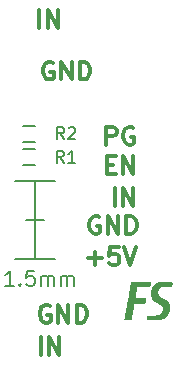
<source format=gto>
G04 #@! TF.FileFunction,Legend,Top*
%FSLAX46Y46*%
G04 Gerber Fmt 4.6, Leading zero omitted, Abs format (unit mm)*
G04 Created by KiCad (PCBNEW 4.0.1-stable) date Saturday, January 30, 2016 'AMt' 12:46:15 AM*
%MOMM*%
G01*
G04 APERTURE LIST*
%ADD10C,0.100000*%
%ADD11C,0.300000*%
%ADD12C,0.200000*%
%ADD13C,0.150000*%
%ADD14C,0.010000*%
G04 APERTURE END LIST*
D10*
D11*
X161187143Y-94680000D02*
X161044286Y-94608571D01*
X160830000Y-94608571D01*
X160615715Y-94680000D01*
X160472857Y-94822857D01*
X160401429Y-94965714D01*
X160330000Y-95251429D01*
X160330000Y-95465714D01*
X160401429Y-95751429D01*
X160472857Y-95894286D01*
X160615715Y-96037143D01*
X160830000Y-96108571D01*
X160972857Y-96108571D01*
X161187143Y-96037143D01*
X161258572Y-95965714D01*
X161258572Y-95465714D01*
X160972857Y-95465714D01*
X161901429Y-96108571D02*
X161901429Y-94608571D01*
X162758572Y-96108571D01*
X162758572Y-94608571D01*
X163472858Y-96108571D02*
X163472858Y-94608571D01*
X163830001Y-94608571D01*
X164044286Y-94680000D01*
X164187144Y-94822857D01*
X164258572Y-94965714D01*
X164330001Y-95251429D01*
X164330001Y-95465714D01*
X164258572Y-95751429D01*
X164187144Y-95894286D01*
X164044286Y-96037143D01*
X163830001Y-96108571D01*
X163472858Y-96108571D01*
X160014286Y-91718571D02*
X160014286Y-90218571D01*
X160728572Y-91718571D02*
X160728572Y-90218571D01*
X161585715Y-91718571D01*
X161585715Y-90218571D01*
D12*
X157867619Y-113555476D02*
X157153333Y-113555476D01*
X157510476Y-113555476D02*
X157510476Y-112305476D01*
X157391428Y-112484048D01*
X157272381Y-112603095D01*
X157153333Y-112662619D01*
X158403333Y-113436429D02*
X158462857Y-113495952D01*
X158403333Y-113555476D01*
X158343809Y-113495952D01*
X158403333Y-113436429D01*
X158403333Y-113555476D01*
X159593809Y-112305476D02*
X158998571Y-112305476D01*
X158939047Y-112900714D01*
X158998571Y-112841190D01*
X159117619Y-112781667D01*
X159415238Y-112781667D01*
X159534285Y-112841190D01*
X159593809Y-112900714D01*
X159653333Y-113019762D01*
X159653333Y-113317381D01*
X159593809Y-113436429D01*
X159534285Y-113495952D01*
X159415238Y-113555476D01*
X159117619Y-113555476D01*
X158998571Y-113495952D01*
X158939047Y-113436429D01*
X160189047Y-113555476D02*
X160189047Y-112722143D01*
X160189047Y-112841190D02*
X160248571Y-112781667D01*
X160367618Y-112722143D01*
X160546190Y-112722143D01*
X160665238Y-112781667D01*
X160724761Y-112900714D01*
X160724761Y-113555476D01*
X160724761Y-112900714D02*
X160784285Y-112781667D01*
X160903333Y-112722143D01*
X161081904Y-112722143D01*
X161200952Y-112781667D01*
X161260476Y-112900714D01*
X161260476Y-113555476D01*
X161855714Y-113555476D02*
X161855714Y-112722143D01*
X161855714Y-112841190D02*
X161915238Y-112781667D01*
X162034285Y-112722143D01*
X162212857Y-112722143D01*
X162331905Y-112781667D01*
X162391428Y-112900714D01*
X162391428Y-113555476D01*
X162391428Y-112900714D02*
X162450952Y-112781667D01*
X162570000Y-112722143D01*
X162748571Y-112722143D01*
X162867619Y-112781667D01*
X162927143Y-112900714D01*
X162927143Y-113555476D01*
D11*
X160154286Y-119398571D02*
X160154286Y-117898571D01*
X160868572Y-119398571D02*
X160868572Y-117898571D01*
X161725715Y-119398571D01*
X161725715Y-117898571D01*
X160917143Y-115260000D02*
X160774286Y-115188571D01*
X160560000Y-115188571D01*
X160345715Y-115260000D01*
X160202857Y-115402857D01*
X160131429Y-115545714D01*
X160060000Y-115831429D01*
X160060000Y-116045714D01*
X160131429Y-116331429D01*
X160202857Y-116474286D01*
X160345715Y-116617143D01*
X160560000Y-116688571D01*
X160702857Y-116688571D01*
X160917143Y-116617143D01*
X160988572Y-116545714D01*
X160988572Y-116045714D01*
X160702857Y-116045714D01*
X161631429Y-116688571D02*
X161631429Y-115188571D01*
X162488572Y-116688571D01*
X162488572Y-115188571D01*
X163202858Y-116688571D02*
X163202858Y-115188571D01*
X163560001Y-115188571D01*
X163774286Y-115260000D01*
X163917144Y-115402857D01*
X163988572Y-115545714D01*
X164060001Y-115831429D01*
X164060001Y-116045714D01*
X163988572Y-116331429D01*
X163917144Y-116474286D01*
X163774286Y-116617143D01*
X163560001Y-116688571D01*
X163202858Y-116688571D01*
X164161429Y-111257143D02*
X165304286Y-111257143D01*
X164732857Y-111828571D02*
X164732857Y-110685714D01*
X166732858Y-110328571D02*
X166018572Y-110328571D01*
X165947143Y-111042857D01*
X166018572Y-110971429D01*
X166161429Y-110900000D01*
X166518572Y-110900000D01*
X166661429Y-110971429D01*
X166732858Y-111042857D01*
X166804286Y-111185714D01*
X166804286Y-111542857D01*
X166732858Y-111685714D01*
X166661429Y-111757143D01*
X166518572Y-111828571D01*
X166161429Y-111828571D01*
X166018572Y-111757143D01*
X165947143Y-111685714D01*
X167232857Y-110328571D02*
X167732857Y-111828571D01*
X168232857Y-110328571D01*
X165117143Y-107760000D02*
X164974286Y-107688571D01*
X164760000Y-107688571D01*
X164545715Y-107760000D01*
X164402857Y-107902857D01*
X164331429Y-108045714D01*
X164260000Y-108331429D01*
X164260000Y-108545714D01*
X164331429Y-108831429D01*
X164402857Y-108974286D01*
X164545715Y-109117143D01*
X164760000Y-109188571D01*
X164902857Y-109188571D01*
X165117143Y-109117143D01*
X165188572Y-109045714D01*
X165188572Y-108545714D01*
X164902857Y-108545714D01*
X165831429Y-109188571D02*
X165831429Y-107688571D01*
X166688572Y-109188571D01*
X166688572Y-107688571D01*
X167402858Y-109188571D02*
X167402858Y-107688571D01*
X167760001Y-107688571D01*
X167974286Y-107760000D01*
X168117144Y-107902857D01*
X168188572Y-108045714D01*
X168260001Y-108331429D01*
X168260001Y-108545714D01*
X168188572Y-108831429D01*
X168117144Y-108974286D01*
X167974286Y-109117143D01*
X167760001Y-109188571D01*
X167402858Y-109188571D01*
X166394286Y-106838571D02*
X166394286Y-105338571D01*
X167108572Y-106838571D02*
X167108572Y-105338571D01*
X167965715Y-106838571D01*
X167965715Y-105338571D01*
X165782857Y-103322857D02*
X166282857Y-103322857D01*
X166497143Y-104108571D02*
X165782857Y-104108571D01*
X165782857Y-102608571D01*
X166497143Y-102608571D01*
X167140000Y-104108571D02*
X167140000Y-102608571D01*
X167997143Y-104108571D01*
X167997143Y-102608571D01*
X165707143Y-101628571D02*
X165707143Y-100128571D01*
X166278571Y-100128571D01*
X166421429Y-100200000D01*
X166492857Y-100271429D01*
X166564286Y-100414286D01*
X166564286Y-100628571D01*
X166492857Y-100771429D01*
X166421429Y-100842857D01*
X166278571Y-100914286D01*
X165707143Y-100914286D01*
X167992857Y-100200000D02*
X167850000Y-100128571D01*
X167635714Y-100128571D01*
X167421429Y-100200000D01*
X167278571Y-100342857D01*
X167207143Y-100485714D01*
X167135714Y-100771429D01*
X167135714Y-100985714D01*
X167207143Y-101271429D01*
X167278571Y-101414286D01*
X167421429Y-101557143D01*
X167635714Y-101628571D01*
X167778571Y-101628571D01*
X167992857Y-101557143D01*
X168064286Y-101485714D01*
X168064286Y-100985714D01*
X167778571Y-100985714D01*
D13*
X157960000Y-104700000D02*
X161340000Y-104700000D01*
X158900000Y-108000000D02*
X160400000Y-108000000D01*
X159650000Y-104700000D02*
X159650000Y-111300000D01*
X157960000Y-111300000D02*
X161340000Y-111300000D01*
X158680000Y-102015000D02*
X159680000Y-102015000D01*
X159680000Y-103365000D02*
X158680000Y-103365000D01*
X159680000Y-101385000D02*
X158680000Y-101385000D01*
X158680000Y-100035000D02*
X159680000Y-100035000D01*
D14*
G36*
X170579070Y-113232658D02*
X170648232Y-113233043D01*
X170710121Y-113234188D01*
X170766356Y-113236220D01*
X170818552Y-113239266D01*
X170868328Y-113243454D01*
X170917301Y-113248914D01*
X170967089Y-113255771D01*
X171019308Y-113264155D01*
X171053649Y-113270182D01*
X171083800Y-113275951D01*
X171114837Y-113282480D01*
X171145330Y-113289408D01*
X171173847Y-113296376D01*
X171198956Y-113303024D01*
X171219228Y-113308992D01*
X171233231Y-113313922D01*
X171238705Y-113316682D01*
X171240725Y-113318976D01*
X171241880Y-113323015D01*
X171242055Y-113329819D01*
X171241133Y-113340413D01*
X171238998Y-113355820D01*
X171235532Y-113377063D01*
X171230620Y-113405166D01*
X171225197Y-113435340D01*
X171219549Y-113466379D01*
X171214318Y-113494788D01*
X171209741Y-113519304D01*
X171206056Y-113538665D01*
X171203499Y-113551609D01*
X171202381Y-113556658D01*
X171201550Y-113558133D01*
X171199579Y-113559411D01*
X171195869Y-113560504D01*
X171189817Y-113561428D01*
X171180823Y-113562196D01*
X171168286Y-113562823D01*
X171151605Y-113563322D01*
X171130179Y-113563709D01*
X171103406Y-113563997D01*
X171070687Y-113564201D01*
X171031420Y-113564335D01*
X170985004Y-113564412D01*
X170930838Y-113564448D01*
X170872699Y-113564456D01*
X170805477Y-113564526D01*
X170743664Y-113564732D01*
X170687711Y-113565069D01*
X170638072Y-113565530D01*
X170595198Y-113566109D01*
X170559542Y-113566802D01*
X170531556Y-113567601D01*
X170511692Y-113568502D01*
X170502438Y-113569235D01*
X170431944Y-113581190D01*
X170366081Y-113600682D01*
X170305113Y-113627483D01*
X170249302Y-113661362D01*
X170198911Y-113702089D01*
X170154202Y-113749434D01*
X170115437Y-113803168D01*
X170082880Y-113863061D01*
X170056794Y-113928882D01*
X170044658Y-113969965D01*
X170031127Y-114031874D01*
X170023039Y-114092291D01*
X170020375Y-114150156D01*
X170023119Y-114204414D01*
X170031252Y-114254006D01*
X170044757Y-114297876D01*
X170050390Y-114310918D01*
X170067200Y-114341166D01*
X170090305Y-114374432D01*
X170118344Y-114409173D01*
X170149955Y-114443848D01*
X170183779Y-114476912D01*
X170218451Y-114506824D01*
X170233719Y-114518658D01*
X170256817Y-114534730D01*
X170286774Y-114553732D01*
X170322318Y-114574942D01*
X170362180Y-114597637D01*
X170405088Y-114621094D01*
X170449772Y-114644589D01*
X170494961Y-114667401D01*
X170496631Y-114668225D01*
X170544959Y-114692354D01*
X170586449Y-114713827D01*
X170622469Y-114733470D01*
X170654386Y-114752107D01*
X170683565Y-114770564D01*
X170711376Y-114789666D01*
X170739183Y-114810237D01*
X170764000Y-114829624D01*
X170824946Y-114882307D01*
X170877668Y-114936920D01*
X170922789Y-114994318D01*
X170960933Y-115055356D01*
X170992722Y-115120889D01*
X171011161Y-115168840D01*
X171021537Y-115200573D01*
X171029417Y-115229807D01*
X171035100Y-115258621D01*
X171038880Y-115289091D01*
X171041055Y-115323295D01*
X171041920Y-115363312D01*
X171041959Y-115384789D01*
X171037842Y-115479877D01*
X171026217Y-115573875D01*
X171007359Y-115665901D01*
X170981544Y-115755073D01*
X170949047Y-115840508D01*
X170910145Y-115921325D01*
X170865112Y-115996642D01*
X170839353Y-116033354D01*
X170820248Y-116057383D01*
X170796178Y-116085011D01*
X170769087Y-116114207D01*
X170740919Y-116142943D01*
X170713618Y-116169186D01*
X170689128Y-116190908D01*
X170685962Y-116193532D01*
X170636310Y-116231137D01*
X170583067Y-116265145D01*
X170523714Y-116297151D01*
X170516684Y-116300628D01*
X170441617Y-116333871D01*
X170361793Y-116362185D01*
X170276599Y-116385716D01*
X170185421Y-116404610D01*
X170087645Y-116419014D01*
X169982658Y-116429072D01*
X169975263Y-116429601D01*
X169948758Y-116431002D01*
X169915092Y-116432082D01*
X169876008Y-116432839D01*
X169833252Y-116433275D01*
X169788567Y-116433391D01*
X169743699Y-116433187D01*
X169700391Y-116432665D01*
X169660388Y-116431824D01*
X169625436Y-116430667D01*
X169600947Y-116429431D01*
X169467534Y-116417910D01*
X169339601Y-116400275D01*
X169257824Y-116385258D01*
X169227010Y-116378672D01*
X169197362Y-116371694D01*
X169170097Y-116364674D01*
X169146433Y-116357962D01*
X169127586Y-116351906D01*
X169114775Y-116346856D01*
X169109217Y-116343162D01*
X169109087Y-116342577D01*
X169109989Y-116337245D01*
X169112259Y-116324323D01*
X169115685Y-116304991D01*
X169120060Y-116280431D01*
X169125171Y-116251823D01*
X169130810Y-116220349D01*
X169130964Y-116219494D01*
X169152298Y-116100584D01*
X169527017Y-116098783D01*
X169595342Y-116098435D01*
X169655386Y-116098082D01*
X169707779Y-116097710D01*
X169753153Y-116097305D01*
X169792139Y-116096854D01*
X169825368Y-116096341D01*
X169853469Y-116095754D01*
X169877076Y-116095078D01*
X169896818Y-116094300D01*
X169913327Y-116093405D01*
X169927233Y-116092381D01*
X169939168Y-116091213D01*
X169949762Y-116089886D01*
X169952982Y-116089425D01*
X170026760Y-116076270D01*
X170093058Y-116059513D01*
X170152691Y-116038809D01*
X170206476Y-116013811D01*
X170255228Y-115984173D01*
X170299764Y-115949548D01*
X170314922Y-115935796D01*
X170358429Y-115888774D01*
X170396632Y-115835060D01*
X170429211Y-115775349D01*
X170455850Y-115710335D01*
X170476231Y-115640714D01*
X170490034Y-115567180D01*
X170492467Y-115547855D01*
X170495338Y-115486845D01*
X170489759Y-115428620D01*
X170475713Y-115373135D01*
X170453182Y-115320340D01*
X170422148Y-115270189D01*
X170382594Y-115222633D01*
X170362859Y-115202873D01*
X170342307Y-115183909D01*
X170322025Y-115166570D01*
X170300935Y-115150159D01*
X170277962Y-115133976D01*
X170252030Y-115117323D01*
X170222063Y-115099503D01*
X170186985Y-115079815D01*
X170145721Y-115057562D01*
X170110151Y-115038813D01*
X170043124Y-115003493D01*
X169983536Y-114971526D01*
X169930751Y-114942490D01*
X169884136Y-114915960D01*
X169843056Y-114891514D01*
X169806878Y-114868727D01*
X169774968Y-114847176D01*
X169746690Y-114826438D01*
X169721412Y-114806088D01*
X169698499Y-114785704D01*
X169677317Y-114764861D01*
X169657232Y-114743137D01*
X169643335Y-114726999D01*
X169597202Y-114667015D01*
X169559055Y-114606180D01*
X169528559Y-114543536D01*
X169505373Y-114478123D01*
X169489161Y-114408983D01*
X169479584Y-114335156D01*
X169476304Y-114255684D01*
X169476300Y-114252930D01*
X169479955Y-114152233D01*
X169490946Y-114055071D01*
X169509144Y-113961800D01*
X169534421Y-113872779D01*
X169566648Y-113788365D01*
X169605696Y-113708916D01*
X169651436Y-113634790D01*
X169703740Y-113566344D01*
X169736406Y-113530045D01*
X169801357Y-113468375D01*
X169871621Y-113413857D01*
X169947202Y-113366490D01*
X170028100Y-113326273D01*
X170114319Y-113293205D01*
X170205861Y-113267284D01*
X170252766Y-113257171D01*
X170284475Y-113251123D01*
X170312471Y-113246147D01*
X170338119Y-113242142D01*
X170362789Y-113239005D01*
X170387846Y-113236633D01*
X170414660Y-113234923D01*
X170444596Y-113233773D01*
X170479023Y-113233080D01*
X170519307Y-113232741D01*
X170566817Y-113232653D01*
X170579070Y-113232658D01*
X170579070Y-113232658D01*
G37*
X170579070Y-113232658D02*
X170648232Y-113233043D01*
X170710121Y-113234188D01*
X170766356Y-113236220D01*
X170818552Y-113239266D01*
X170868328Y-113243454D01*
X170917301Y-113248914D01*
X170967089Y-113255771D01*
X171019308Y-113264155D01*
X171053649Y-113270182D01*
X171083800Y-113275951D01*
X171114837Y-113282480D01*
X171145330Y-113289408D01*
X171173847Y-113296376D01*
X171198956Y-113303024D01*
X171219228Y-113308992D01*
X171233231Y-113313922D01*
X171238705Y-113316682D01*
X171240725Y-113318976D01*
X171241880Y-113323015D01*
X171242055Y-113329819D01*
X171241133Y-113340413D01*
X171238998Y-113355820D01*
X171235532Y-113377063D01*
X171230620Y-113405166D01*
X171225197Y-113435340D01*
X171219549Y-113466379D01*
X171214318Y-113494788D01*
X171209741Y-113519304D01*
X171206056Y-113538665D01*
X171203499Y-113551609D01*
X171202381Y-113556658D01*
X171201550Y-113558133D01*
X171199579Y-113559411D01*
X171195869Y-113560504D01*
X171189817Y-113561428D01*
X171180823Y-113562196D01*
X171168286Y-113562823D01*
X171151605Y-113563322D01*
X171130179Y-113563709D01*
X171103406Y-113563997D01*
X171070687Y-113564201D01*
X171031420Y-113564335D01*
X170985004Y-113564412D01*
X170930838Y-113564448D01*
X170872699Y-113564456D01*
X170805477Y-113564526D01*
X170743664Y-113564732D01*
X170687711Y-113565069D01*
X170638072Y-113565530D01*
X170595198Y-113566109D01*
X170559542Y-113566802D01*
X170531556Y-113567601D01*
X170511692Y-113568502D01*
X170502438Y-113569235D01*
X170431944Y-113581190D01*
X170366081Y-113600682D01*
X170305113Y-113627483D01*
X170249302Y-113661362D01*
X170198911Y-113702089D01*
X170154202Y-113749434D01*
X170115437Y-113803168D01*
X170082880Y-113863061D01*
X170056794Y-113928882D01*
X170044658Y-113969965D01*
X170031127Y-114031874D01*
X170023039Y-114092291D01*
X170020375Y-114150156D01*
X170023119Y-114204414D01*
X170031252Y-114254006D01*
X170044757Y-114297876D01*
X170050390Y-114310918D01*
X170067200Y-114341166D01*
X170090305Y-114374432D01*
X170118344Y-114409173D01*
X170149955Y-114443848D01*
X170183779Y-114476912D01*
X170218451Y-114506824D01*
X170233719Y-114518658D01*
X170256817Y-114534730D01*
X170286774Y-114553732D01*
X170322318Y-114574942D01*
X170362180Y-114597637D01*
X170405088Y-114621094D01*
X170449772Y-114644589D01*
X170494961Y-114667401D01*
X170496631Y-114668225D01*
X170544959Y-114692354D01*
X170586449Y-114713827D01*
X170622469Y-114733470D01*
X170654386Y-114752107D01*
X170683565Y-114770564D01*
X170711376Y-114789666D01*
X170739183Y-114810237D01*
X170764000Y-114829624D01*
X170824946Y-114882307D01*
X170877668Y-114936920D01*
X170922789Y-114994318D01*
X170960933Y-115055356D01*
X170992722Y-115120889D01*
X171011161Y-115168840D01*
X171021537Y-115200573D01*
X171029417Y-115229807D01*
X171035100Y-115258621D01*
X171038880Y-115289091D01*
X171041055Y-115323295D01*
X171041920Y-115363312D01*
X171041959Y-115384789D01*
X171037842Y-115479877D01*
X171026217Y-115573875D01*
X171007359Y-115665901D01*
X170981544Y-115755073D01*
X170949047Y-115840508D01*
X170910145Y-115921325D01*
X170865112Y-115996642D01*
X170839353Y-116033354D01*
X170820248Y-116057383D01*
X170796178Y-116085011D01*
X170769087Y-116114207D01*
X170740919Y-116142943D01*
X170713618Y-116169186D01*
X170689128Y-116190908D01*
X170685962Y-116193532D01*
X170636310Y-116231137D01*
X170583067Y-116265145D01*
X170523714Y-116297151D01*
X170516684Y-116300628D01*
X170441617Y-116333871D01*
X170361793Y-116362185D01*
X170276599Y-116385716D01*
X170185421Y-116404610D01*
X170087645Y-116419014D01*
X169982658Y-116429072D01*
X169975263Y-116429601D01*
X169948758Y-116431002D01*
X169915092Y-116432082D01*
X169876008Y-116432839D01*
X169833252Y-116433275D01*
X169788567Y-116433391D01*
X169743699Y-116433187D01*
X169700391Y-116432665D01*
X169660388Y-116431824D01*
X169625436Y-116430667D01*
X169600947Y-116429431D01*
X169467534Y-116417910D01*
X169339601Y-116400275D01*
X169257824Y-116385258D01*
X169227010Y-116378672D01*
X169197362Y-116371694D01*
X169170097Y-116364674D01*
X169146433Y-116357962D01*
X169127586Y-116351906D01*
X169114775Y-116346856D01*
X169109217Y-116343162D01*
X169109087Y-116342577D01*
X169109989Y-116337245D01*
X169112259Y-116324323D01*
X169115685Y-116304991D01*
X169120060Y-116280431D01*
X169125171Y-116251823D01*
X169130810Y-116220349D01*
X169130964Y-116219494D01*
X169152298Y-116100584D01*
X169527017Y-116098783D01*
X169595342Y-116098435D01*
X169655386Y-116098082D01*
X169707779Y-116097710D01*
X169753153Y-116097305D01*
X169792139Y-116096854D01*
X169825368Y-116096341D01*
X169853469Y-116095754D01*
X169877076Y-116095078D01*
X169896818Y-116094300D01*
X169913327Y-116093405D01*
X169927233Y-116092381D01*
X169939168Y-116091213D01*
X169949762Y-116089886D01*
X169952982Y-116089425D01*
X170026760Y-116076270D01*
X170093058Y-116059513D01*
X170152691Y-116038809D01*
X170206476Y-116013811D01*
X170255228Y-115984173D01*
X170299764Y-115949548D01*
X170314922Y-115935796D01*
X170358429Y-115888774D01*
X170396632Y-115835060D01*
X170429211Y-115775349D01*
X170455850Y-115710335D01*
X170476231Y-115640714D01*
X170490034Y-115567180D01*
X170492467Y-115547855D01*
X170495338Y-115486845D01*
X170489759Y-115428620D01*
X170475713Y-115373135D01*
X170453182Y-115320340D01*
X170422148Y-115270189D01*
X170382594Y-115222633D01*
X170362859Y-115202873D01*
X170342307Y-115183909D01*
X170322025Y-115166570D01*
X170300935Y-115150159D01*
X170277962Y-115133976D01*
X170252030Y-115117323D01*
X170222063Y-115099503D01*
X170186985Y-115079815D01*
X170145721Y-115057562D01*
X170110151Y-115038813D01*
X170043124Y-115003493D01*
X169983536Y-114971526D01*
X169930751Y-114942490D01*
X169884136Y-114915960D01*
X169843056Y-114891514D01*
X169806878Y-114868727D01*
X169774968Y-114847176D01*
X169746690Y-114826438D01*
X169721412Y-114806088D01*
X169698499Y-114785704D01*
X169677317Y-114764861D01*
X169657232Y-114743137D01*
X169643335Y-114726999D01*
X169597202Y-114667015D01*
X169559055Y-114606180D01*
X169528559Y-114543536D01*
X169505373Y-114478123D01*
X169489161Y-114408983D01*
X169479584Y-114335156D01*
X169476304Y-114255684D01*
X169476300Y-114252930D01*
X169479955Y-114152233D01*
X169490946Y-114055071D01*
X169509144Y-113961800D01*
X169534421Y-113872779D01*
X169566648Y-113788365D01*
X169605696Y-113708916D01*
X169651436Y-113634790D01*
X169703740Y-113566344D01*
X169736406Y-113530045D01*
X169801357Y-113468375D01*
X169871621Y-113413857D01*
X169947202Y-113366490D01*
X170028100Y-113326273D01*
X170114319Y-113293205D01*
X170205861Y-113267284D01*
X170252766Y-113257171D01*
X170284475Y-113251123D01*
X170312471Y-113246147D01*
X170338119Y-113242142D01*
X170362789Y-113239005D01*
X170387846Y-113236633D01*
X170414660Y-113234923D01*
X170444596Y-113233773D01*
X170479023Y-113233080D01*
X170519307Y-113232741D01*
X170566817Y-113232653D01*
X170579070Y-113232658D01*
G36*
X169377376Y-113447470D02*
X169370687Y-113485701D01*
X169364507Y-113521275D01*
X169359002Y-113553215D01*
X169354338Y-113580544D01*
X169350682Y-113602286D01*
X169348201Y-113617462D01*
X169347060Y-113625096D01*
X169347004Y-113625728D01*
X169345375Y-113626586D01*
X169340242Y-113627356D01*
X169331212Y-113628044D01*
X169317890Y-113628653D01*
X169299882Y-113629187D01*
X169276792Y-113629651D01*
X169248226Y-113630047D01*
X169213791Y-113630381D01*
X169173091Y-113630656D01*
X169125731Y-113630876D01*
X169071318Y-113631045D01*
X169009457Y-113631168D01*
X168939753Y-113631248D01*
X168861812Y-113631290D01*
X168801155Y-113631298D01*
X168255362Y-113631298D01*
X168253089Y-113641324D01*
X168252023Y-113646967D01*
X168249503Y-113660815D01*
X168245631Y-113682295D01*
X168240510Y-113710838D01*
X168234241Y-113745873D01*
X168226927Y-113786828D01*
X168218669Y-113833132D01*
X168209569Y-113884214D01*
X168199728Y-113939504D01*
X168189250Y-113998429D01*
X168178235Y-114060420D01*
X168166786Y-114124905D01*
X168163837Y-114141526D01*
X168152294Y-114206551D01*
X168141160Y-114269226D01*
X168130537Y-114328980D01*
X168120526Y-114385242D01*
X168111229Y-114437441D01*
X168102749Y-114485007D01*
X168095187Y-114527367D01*
X168088645Y-114563951D01*
X168083225Y-114594189D01*
X168079029Y-114617508D01*
X168076159Y-114633338D01*
X168074716Y-114641108D01*
X168074589Y-114641728D01*
X168072321Y-114651754D01*
X168526669Y-114651754D01*
X168589522Y-114651786D01*
X168649833Y-114651880D01*
X168707009Y-114652030D01*
X168760455Y-114652233D01*
X168809578Y-114652484D01*
X168853783Y-114652779D01*
X168892477Y-114653113D01*
X168925067Y-114653483D01*
X168950958Y-114653883D01*
X168969556Y-114654310D01*
X168980267Y-114654759D01*
X168982765Y-114655096D01*
X168982366Y-114659978D01*
X168980583Y-114672482D01*
X168977614Y-114691459D01*
X168973660Y-114715760D01*
X168968918Y-114744238D01*
X168963588Y-114775743D01*
X168957869Y-114809128D01*
X168951960Y-114843242D01*
X168946060Y-114876939D01*
X168940368Y-114909069D01*
X168935084Y-114938483D01*
X168930405Y-114964033D01*
X168926531Y-114984571D01*
X168923662Y-114998948D01*
X168921996Y-115006015D01*
X168921913Y-115006250D01*
X168920591Y-115007309D01*
X168917160Y-115008248D01*
X168911130Y-115009074D01*
X168902013Y-115009794D01*
X168889320Y-115010416D01*
X168872562Y-115010945D01*
X168851250Y-115011389D01*
X168824895Y-115011755D01*
X168793009Y-115012049D01*
X168755103Y-115012279D01*
X168710687Y-115012451D01*
X168659273Y-115012572D01*
X168600373Y-115012650D01*
X168533496Y-115012691D01*
X168464856Y-115012702D01*
X168010275Y-115012702D01*
X168008010Y-115022728D01*
X168007001Y-115028194D01*
X168004556Y-115041954D01*
X168000758Y-115063525D01*
X167995691Y-115092418D01*
X167989442Y-115128149D01*
X167982094Y-115170232D01*
X167973732Y-115218179D01*
X167964441Y-115271507D01*
X167954305Y-115329727D01*
X167943409Y-115392355D01*
X167931839Y-115458904D01*
X167919678Y-115528889D01*
X167907011Y-115601823D01*
X167893923Y-115677221D01*
X167889766Y-115701175D01*
X167876565Y-115777242D01*
X167863758Y-115850997D01*
X167851431Y-115921954D01*
X167839668Y-115989628D01*
X167828554Y-116053531D01*
X167818173Y-116113179D01*
X167808611Y-116168085D01*
X167799952Y-116217764D01*
X167792280Y-116261729D01*
X167785681Y-116299494D01*
X167780238Y-116330573D01*
X167776038Y-116354481D01*
X167773164Y-116370731D01*
X167771700Y-116378837D01*
X167771546Y-116379623D01*
X167769304Y-116389649D01*
X167502020Y-116389649D01*
X167444371Y-116389613D01*
X167395079Y-116389498D01*
X167353590Y-116389293D01*
X167319349Y-116388985D01*
X167291801Y-116388563D01*
X167270391Y-116388016D01*
X167254566Y-116387332D01*
X167243770Y-116386500D01*
X167237448Y-116385507D01*
X167235046Y-116384343D01*
X167234988Y-116384079D01*
X167235770Y-116379322D01*
X167238042Y-116366101D01*
X167241749Y-116344731D01*
X167246836Y-116315526D01*
X167253247Y-116278800D01*
X167260928Y-116234867D01*
X167269823Y-116184041D01*
X167279877Y-116126637D01*
X167291035Y-116062967D01*
X167303243Y-115993347D01*
X167316444Y-115918090D01*
X167330584Y-115837510D01*
X167345608Y-115751922D01*
X167361461Y-115661640D01*
X167378087Y-115566977D01*
X167395431Y-115468248D01*
X167413439Y-115365767D01*
X167432055Y-115259847D01*
X167451225Y-115150804D01*
X167470892Y-115038950D01*
X167491002Y-114924601D01*
X167508034Y-114827772D01*
X167780829Y-113277035D01*
X169407691Y-113274783D01*
X169377376Y-113447470D01*
X169377376Y-113447470D01*
G37*
X169377376Y-113447470D02*
X169370687Y-113485701D01*
X169364507Y-113521275D01*
X169359002Y-113553215D01*
X169354338Y-113580544D01*
X169350682Y-113602286D01*
X169348201Y-113617462D01*
X169347060Y-113625096D01*
X169347004Y-113625728D01*
X169345375Y-113626586D01*
X169340242Y-113627356D01*
X169331212Y-113628044D01*
X169317890Y-113628653D01*
X169299882Y-113629187D01*
X169276792Y-113629651D01*
X169248226Y-113630047D01*
X169213791Y-113630381D01*
X169173091Y-113630656D01*
X169125731Y-113630876D01*
X169071318Y-113631045D01*
X169009457Y-113631168D01*
X168939753Y-113631248D01*
X168861812Y-113631290D01*
X168801155Y-113631298D01*
X168255362Y-113631298D01*
X168253089Y-113641324D01*
X168252023Y-113646967D01*
X168249503Y-113660815D01*
X168245631Y-113682295D01*
X168240510Y-113710838D01*
X168234241Y-113745873D01*
X168226927Y-113786828D01*
X168218669Y-113833132D01*
X168209569Y-113884214D01*
X168199728Y-113939504D01*
X168189250Y-113998429D01*
X168178235Y-114060420D01*
X168166786Y-114124905D01*
X168163837Y-114141526D01*
X168152294Y-114206551D01*
X168141160Y-114269226D01*
X168130537Y-114328980D01*
X168120526Y-114385242D01*
X168111229Y-114437441D01*
X168102749Y-114485007D01*
X168095187Y-114527367D01*
X168088645Y-114563951D01*
X168083225Y-114594189D01*
X168079029Y-114617508D01*
X168076159Y-114633338D01*
X168074716Y-114641108D01*
X168074589Y-114641728D01*
X168072321Y-114651754D01*
X168526669Y-114651754D01*
X168589522Y-114651786D01*
X168649833Y-114651880D01*
X168707009Y-114652030D01*
X168760455Y-114652233D01*
X168809578Y-114652484D01*
X168853783Y-114652779D01*
X168892477Y-114653113D01*
X168925067Y-114653483D01*
X168950958Y-114653883D01*
X168969556Y-114654310D01*
X168980267Y-114654759D01*
X168982765Y-114655096D01*
X168982366Y-114659978D01*
X168980583Y-114672482D01*
X168977614Y-114691459D01*
X168973660Y-114715760D01*
X168968918Y-114744238D01*
X168963588Y-114775743D01*
X168957869Y-114809128D01*
X168951960Y-114843242D01*
X168946060Y-114876939D01*
X168940368Y-114909069D01*
X168935084Y-114938483D01*
X168930405Y-114964033D01*
X168926531Y-114984571D01*
X168923662Y-114998948D01*
X168921996Y-115006015D01*
X168921913Y-115006250D01*
X168920591Y-115007309D01*
X168917160Y-115008248D01*
X168911130Y-115009074D01*
X168902013Y-115009794D01*
X168889320Y-115010416D01*
X168872562Y-115010945D01*
X168851250Y-115011389D01*
X168824895Y-115011755D01*
X168793009Y-115012049D01*
X168755103Y-115012279D01*
X168710687Y-115012451D01*
X168659273Y-115012572D01*
X168600373Y-115012650D01*
X168533496Y-115012691D01*
X168464856Y-115012702D01*
X168010275Y-115012702D01*
X168008010Y-115022728D01*
X168007001Y-115028194D01*
X168004556Y-115041954D01*
X168000758Y-115063525D01*
X167995691Y-115092418D01*
X167989442Y-115128149D01*
X167982094Y-115170232D01*
X167973732Y-115218179D01*
X167964441Y-115271507D01*
X167954305Y-115329727D01*
X167943409Y-115392355D01*
X167931839Y-115458904D01*
X167919678Y-115528889D01*
X167907011Y-115601823D01*
X167893923Y-115677221D01*
X167889766Y-115701175D01*
X167876565Y-115777242D01*
X167863758Y-115850997D01*
X167851431Y-115921954D01*
X167839668Y-115989628D01*
X167828554Y-116053531D01*
X167818173Y-116113179D01*
X167808611Y-116168085D01*
X167799952Y-116217764D01*
X167792280Y-116261729D01*
X167785681Y-116299494D01*
X167780238Y-116330573D01*
X167776038Y-116354481D01*
X167773164Y-116370731D01*
X167771700Y-116378837D01*
X167771546Y-116379623D01*
X167769304Y-116389649D01*
X167502020Y-116389649D01*
X167444371Y-116389613D01*
X167395079Y-116389498D01*
X167353590Y-116389293D01*
X167319349Y-116388985D01*
X167291801Y-116388563D01*
X167270391Y-116388016D01*
X167254566Y-116387332D01*
X167243770Y-116386500D01*
X167237448Y-116385507D01*
X167235046Y-116384343D01*
X167234988Y-116384079D01*
X167235770Y-116379322D01*
X167238042Y-116366101D01*
X167241749Y-116344731D01*
X167246836Y-116315526D01*
X167253247Y-116278800D01*
X167260928Y-116234867D01*
X167269823Y-116184041D01*
X167279877Y-116126637D01*
X167291035Y-116062967D01*
X167303243Y-115993347D01*
X167316444Y-115918090D01*
X167330584Y-115837510D01*
X167345608Y-115751922D01*
X167361461Y-115661640D01*
X167378087Y-115566977D01*
X167395431Y-115468248D01*
X167413439Y-115365767D01*
X167432055Y-115259847D01*
X167451225Y-115150804D01*
X167470892Y-115038950D01*
X167491002Y-114924601D01*
X167508034Y-114827772D01*
X167780829Y-113277035D01*
X169407691Y-113274783D01*
X169377376Y-113447470D01*
D13*
X162093334Y-103142381D02*
X161760000Y-102666190D01*
X161521905Y-103142381D02*
X161521905Y-102142381D01*
X161902858Y-102142381D01*
X161998096Y-102190000D01*
X162045715Y-102237619D01*
X162093334Y-102332857D01*
X162093334Y-102475714D01*
X162045715Y-102570952D01*
X161998096Y-102618571D01*
X161902858Y-102666190D01*
X161521905Y-102666190D01*
X163045715Y-103142381D02*
X162474286Y-103142381D01*
X162760000Y-103142381D02*
X162760000Y-102142381D01*
X162664762Y-102285238D01*
X162569524Y-102380476D01*
X162474286Y-102428095D01*
X162123334Y-101142381D02*
X161790000Y-100666190D01*
X161551905Y-101142381D02*
X161551905Y-100142381D01*
X161932858Y-100142381D01*
X162028096Y-100190000D01*
X162075715Y-100237619D01*
X162123334Y-100332857D01*
X162123334Y-100475714D01*
X162075715Y-100570952D01*
X162028096Y-100618571D01*
X161932858Y-100666190D01*
X161551905Y-100666190D01*
X162504286Y-100237619D02*
X162551905Y-100190000D01*
X162647143Y-100142381D01*
X162885239Y-100142381D01*
X162980477Y-100190000D01*
X163028096Y-100237619D01*
X163075715Y-100332857D01*
X163075715Y-100428095D01*
X163028096Y-100570952D01*
X162456667Y-101142381D01*
X163075715Y-101142381D01*
M02*

</source>
